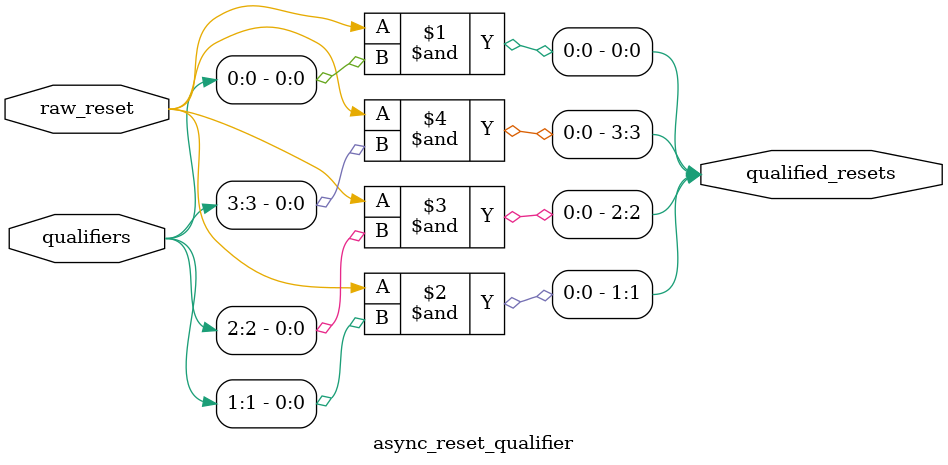
<source format=sv>
module async_reset_qualifier(
    input wire raw_reset,
    input wire [3:0] qualifiers,
    output wire [3:0] qualified_resets
);
    assign qualified_resets[0] = raw_reset & qualifiers[0];
    assign qualified_resets[1] = raw_reset & qualifiers[1];
    assign qualified_resets[2] = raw_reset & qualifiers[2];
    assign qualified_resets[3] = raw_reset & qualifiers[3];
endmodule
</source>
